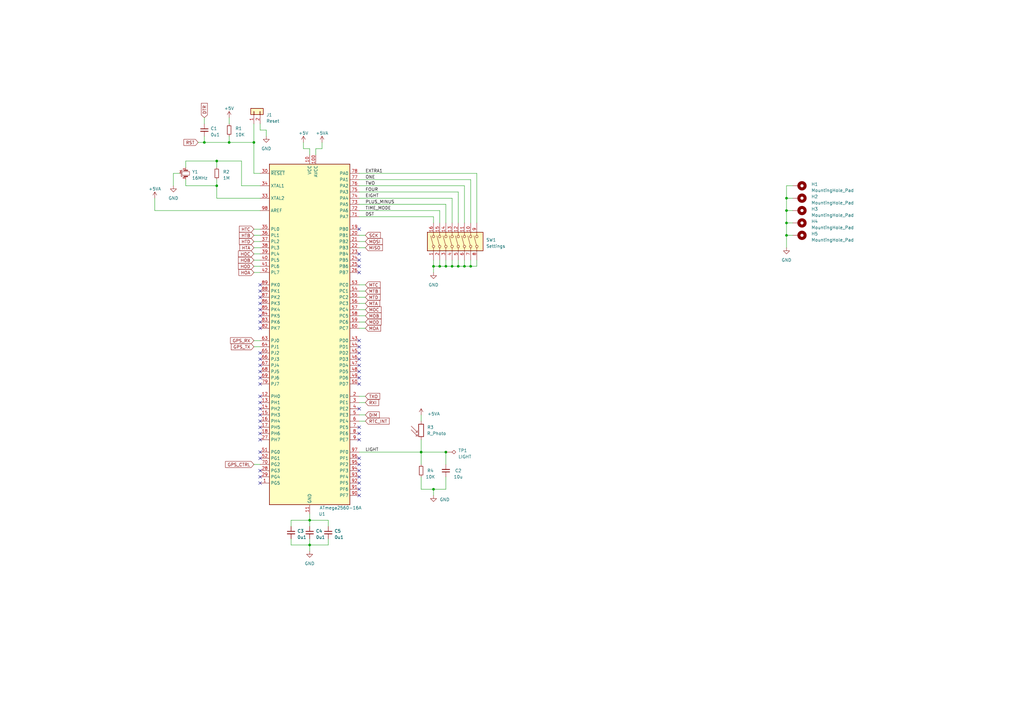
<source format=kicad_sch>
(kicad_sch (version 20210406) (generator eeschema)
  (paper "A3")
  (title_block (title "Microcontroller") (rev "1.1") (company "Nick Lekas"))
  (lib_symbols
    (symbol "Connector:TestPoint_Alt" (pin_numbers hide) (pin_names (offset 0.762) hide)
      (property "Reference" "TP" (at 0 6.858 0))
      (property "Value" "TestPoint_Alt" (at 0 5.08 0))
      (symbol "TestPoint_Alt_0_1"
        (polyline (pts (xy 0 2.54) (xy -0.762 3.302) (xy 0 4.064) (xy 0.762 3.302) (xy 0 2.54)))
      )
      (symbol "TestPoint_Alt_1_1"
        (pin passive line (at 0 0 90) (length 2.54) (name "1") (number "1"))
      )
    )
    (symbol "Connector_Generic:Conn_01x02" (pin_names (offset 1.016) hide)
      (property "Reference" "J" (at 0 2.54 0))
      (property "Value" "Conn_01x02" (at 0 -5.08 0))
      (symbol "Conn_01x02_1_1"
        (rectangle (start -1.27 -2.413) (end 0 -2.667) (stroke (width 0.1524)))
        (rectangle (start -1.27 0.127) (end 0 -0.127) (stroke (width 0.1524)))
        (rectangle (start -1.27 1.27) (end 1.27 -3.81) (stroke (width 0.254)) (fill (type background)))
        (pin passive line (at -5.08 0 0) (length 3.81) (name "Pin_1") (number "1"))
        (pin passive line (at -5.08 -2.54 0) (length 3.81) (name "Pin_2") (number "2"))
      )
    )
    (symbol "Device:C_Small" (pin_numbers hide) (pin_names (offset 0.254) hide)
      (property "Reference" "C" (at 0.254 1.778 0))
      (property "Value" "C_Small" (at 0.254 -2.032 0))
      (symbol "C_Small_0_1"
        (polyline (pts (xy -1.524 -0.508) (xy 1.524 -0.508)) (stroke (width 0.3302)))
        (polyline (pts (xy -1.524 0.508) (xy 1.524 0.508)) (stroke (width 0.3048)))
      )
      (symbol "C_Small_1_1"
        (pin passive line (at 0 2.54 270) (length 2.032) (name "~") (number "1"))
        (pin passive line (at 0 -2.54 90) (length 2.032) (name "~") (number "2"))
      )
    )
    (symbol "Device:Crystal_GND2_Small" (pin_names (offset 1.016) hide)
      (property "Reference" "Y" (at 0 5.08 0))
      (property "Value" "Crystal_GND2_Small" (at 0 3.175 0))
      (symbol "Crystal_GND2_Small_0_1"
        (rectangle (start -0.762 -1.524) (end 0.762 1.524))
        (polyline (pts (xy -1.27 -0.762) (xy -1.27 0.762)) (stroke (width 0.381)))
        (polyline (pts (xy 1.27 -0.762) (xy 1.27 0.762)) (stroke (width 0.381)))
        (polyline (pts (xy -1.27 -1.27) (xy -1.27 -1.905) (xy 1.27 -1.905) (xy 1.27 -1.27)))
      )
      (symbol "Crystal_GND2_Small_1_1"
        (pin passive line (at -2.54 0 0) (length 1.27) (name "1") (number "1"))
        (pin passive line (at 0 -2.54 90) (length 0.635) (name "2") (number "2"))
        (pin passive line (at 2.54 0 180) (length 1.27) (name "3") (number "3"))
      )
    )
    (symbol "Device:R_Photo" (pin_numbers hide) (pin_names (offset 0))
      (property "Reference" "R" (at 1.27 1.27 0))
      (property "Value" "R_Photo" (at 1.27 0 0))
      (symbol "R_Photo_0_1"
        (rectangle (start -1.016 2.54) (end 1.016 -2.54) (stroke (width 0.254)))
        (polyline (pts (xy -1.524 -2.286) (xy -4.064 0.254)))
        (polyline (pts (xy -1.524 -2.286) (xy -2.286 -2.286)))
        (polyline (pts (xy -1.524 -2.286) (xy -1.524 -1.524)))
        (polyline (pts (xy -1.524 -0.762) (xy -4.064 1.778)))
        (polyline (pts (xy -1.524 -0.762) (xy -2.286 -0.762)))
        (polyline (pts (xy -1.524 -0.762) (xy -1.524 0)))
      )
      (symbol "R_Photo_1_1"
        (pin passive line (at 0 3.81 270) (length 1.27) (name "~") (number "1"))
        (pin passive line (at 0 -3.81 90) (length 1.27) (name "~") (number "2"))
      )
    )
    (symbol "Device:R_Small" (pin_numbers hide) (pin_names (offset 0.254) hide)
      (property "Reference" "R" (at 0.762 0.508 0))
      (property "Value" "R_Small" (at 0.762 -1.016 0))
      (symbol "R_Small_0_1"
        (rectangle (start -0.762 1.778) (end 0.762 -1.778) (stroke (width 0.2032)))
      )
      (symbol "R_Small_1_1"
        (pin passive line (at 0 2.54 270) (length 0.762) (name "~") (number "1"))
        (pin passive line (at 0 -2.54 90) (length 0.762) (name "~") (number "2"))
      )
    )
    (symbol "MCU_Microchip_ATmega:ATmega2560-16A"
      (property "Reference" "U" (at 0 1.27 0))
      (property "Value" "ATmega2560-16A" (at 0 -1.27 0))
      (symbol "ATmega2560-16A_0_1"
        (rectangle (start -16.51 -69.85) (end 16.51 69.85) (stroke (width 0.254)) (fill (type background)))
      )
      (symbol "ATmega2560-16A_1_1"
        (pin bidirectional line (at -20.32 -60.96 0) (length 3.81) (name "PG5") (number "1"))
        (pin power_in line (at 0 73.66 270) (length 3.81) (name "VCC") (number "10"))
        (pin power_in line (at 2.54 73.66 270) (length 3.81) (name "AVCC") (number "100"))
        (pin power_in line (at 0 -73.66 90) (length 3.81) (name "GND") (number "11"))
        (pin bidirectional line (at -20.32 -25.4 0) (length 3.81) (name "PH0") (number "12"))
        (pin bidirectional line (at -20.32 -27.94 0) (length 3.81) (name "PH1") (number "13"))
        (pin bidirectional line (at -20.32 -30.48 0) (length 3.81) (name "PH2") (number "14"))
        (pin bidirectional line (at -20.32 -33.02 0) (length 3.81) (name "PH3") (number "15"))
        (pin bidirectional line (at -20.32 -35.56 0) (length 3.81) (name "PH4") (number "16"))
        (pin bidirectional line (at -20.32 -38.1 0) (length 3.81) (name "PH5") (number "17"))
        (pin bidirectional line (at -20.32 -40.64 0) (length 3.81) (name "PH6") (number "18"))
        (pin bidirectional line (at 20.32 43.18 180) (length 3.81) (name "PB0") (number "19"))
        (pin bidirectional line (at 20.32 -25.4 180) (length 3.81) (name "PE0") (number "2"))
        (pin bidirectional line (at 20.32 40.64 180) (length 3.81) (name "PB1") (number "20"))
        (pin bidirectional line (at 20.32 38.1 180) (length 3.81) (name "PB2") (number "21"))
        (pin bidirectional line (at 20.32 35.56 180) (length 3.81) (name "PB3") (number "22"))
        (pin bidirectional line (at 20.32 33.02 180) (length 3.81) (name "PB4") (number "23"))
        (pin bidirectional line (at 20.32 30.48 180) (length 3.81) (name "PB5") (number "24"))
        (pin bidirectional line (at 20.32 27.94 180) (length 3.81) (name "PB6") (number "25"))
        (pin bidirectional line (at 20.32 25.4 180) (length 3.81) (name "PB7") (number "26"))
        (pin bidirectional line (at -20.32 -43.18 0) (length 3.81) (name "PH7") (number "27"))
        (pin bidirectional line (at -20.32 -55.88 0) (length 3.81) (name "PG3") (number "28"))
        (pin bidirectional line (at -20.32 -58.42 0) (length 3.81) (name "PG4") (number "29"))
        (pin bidirectional line (at 20.32 -27.94 180) (length 3.81) (name "PE1") (number "3"))
        (pin input line (at -20.32 66.04 0) (length 3.81) (name "~RESET") (number "30"))
        (pin passive line (at 0 73.66 270) (length 3.81) hide (name "VCC") (number "31"))
        (pin passive line (at 0 -73.66 90) (length 3.81) hide (name "GND") (number "32"))
        (pin output line (at -20.32 55.88 0) (length 3.81) (name "XTAL2") (number "33"))
        (pin input line (at -20.32 60.96 0) (length 3.81) (name "XTAL1") (number "34"))
        (pin bidirectional line (at -20.32 43.18 0) (length 3.81) (name "PL0") (number "35"))
        (pin bidirectional line (at -20.32 40.64 0) (length 3.81) (name "PL1") (number "36"))
        (pin bidirectional line (at -20.32 38.1 0) (length 3.81) (name "PL2") (number "37"))
        (pin bidirectional line (at -20.32 35.56 0) (length 3.81) (name "PL3") (number "38"))
        (pin bidirectional line (at -20.32 33.02 0) (length 3.81) (name "PL4") (number "39"))
        (pin bidirectional line (at 20.32 -30.48 180) (length 3.81) (name "PE2") (number "4"))
        (pin bidirectional line (at -20.32 30.48 0) (length 3.81) (name "PL5") (number "40"))
        (pin bidirectional line (at -20.32 27.94 0) (length 3.81) (name "PL6") (number "41"))
        (pin bidirectional line (at -20.32 25.4 0) (length 3.81) (name "PL7") (number "42"))
        (pin bidirectional line (at 20.32 -2.54 180) (length 3.81) (name "PD0") (number "43"))
        (pin bidirectional line (at 20.32 -5.08 180) (length 3.81) (name "PD1") (number "44"))
        (pin bidirectional line (at 20.32 -7.62 180) (length 3.81) (name "PD2") (number "45"))
        (pin bidirectional line (at 20.32 -10.16 180) (length 3.81) (name "PD3") (number "46"))
        (pin bidirectional line (at 20.32 -12.7 180) (length 3.81) (name "PD4") (number "47"))
        (pin bidirectional line (at 20.32 -15.24 180) (length 3.81) (name "PD5") (number "48"))
        (pin bidirectional line (at 20.32 -17.78 180) (length 3.81) (name "PD6") (number "49"))
        (pin bidirectional line (at 20.32 -33.02 180) (length 3.81) (name "PE3") (number "5"))
        (pin bidirectional line (at 20.32 -20.32 180) (length 3.81) (name "PD7") (number "50"))
        (pin bidirectional line (at -20.32 -48.26 0) (length 3.81) (name "PG0") (number "51"))
        (pin bidirectional line (at -20.32 -50.8 0) (length 3.81) (name "PG1") (number "52"))
        (pin bidirectional line (at 20.32 20.32 180) (length 3.81) (name "PC0") (number "53"))
        (pin bidirectional line (at 20.32 17.78 180) (length 3.81) (name "PC1") (number "54"))
        (pin bidirectional line (at 20.32 15.24 180) (length 3.81) (name "PC2") (number "55"))
        (pin bidirectional line (at 20.32 12.7 180) (length 3.81) (name "PC3") (number "56"))
        (pin bidirectional line (at 20.32 10.16 180) (length 3.81) (name "PC4") (number "57"))
        (pin bidirectional line (at 20.32 7.62 180) (length 3.81) (name "PC5") (number "58"))
        (pin bidirectional line (at 20.32 5.08 180) (length 3.81) (name "PC6") (number "59"))
        (pin bidirectional line (at 20.32 -35.56 180) (length 3.81) (name "PE4") (number "6"))
        (pin bidirectional line (at 20.32 2.54 180) (length 3.81) (name "PC7") (number "60"))
        (pin passive line (at 0 73.66 270) (length 3.81) hide (name "VCC") (number "61"))
        (pin passive line (at 0 -73.66 90) (length 3.81) hide (name "GND") (number "62"))
        (pin bidirectional line (at -20.32 -2.54 0) (length 3.81) (name "PJ0") (number "63"))
        (pin bidirectional line (at -20.32 -5.08 0) (length 3.81) (name "PJ1") (number "64"))
        (pin bidirectional line (at -20.32 -7.62 0) (length 3.81) (name "PJ2") (number "65"))
        (pin bidirectional line (at -20.32 -10.16 0) (length 3.81) (name "PJ3") (number "66"))
        (pin bidirectional line (at -20.32 -12.7 0) (length 3.81) (name "PJ4") (number "67"))
        (pin bidirectional line (at -20.32 -15.24 0) (length 3.81) (name "PJ5") (number "68"))
        (pin bidirectional line (at -20.32 -17.78 0) (length 3.81) (name "PJ6") (number "69"))
        (pin bidirectional line (at 20.32 -38.1 180) (length 3.81) (name "PE5") (number "7"))
        (pin bidirectional line (at -20.32 -53.34 0) (length 3.81) (name "PG2") (number "70"))
        (pin bidirectional line (at 20.32 48.26 180) (length 3.81) (name "PA7") (number "71"))
        (pin bidirectional line (at 20.32 50.8 180) (length 3.81) (name "PA6") (number "72"))
        (pin bidirectional line (at 20.32 53.34 180) (length 3.81) (name "PA5") (number "73"))
        (pin bidirectional line (at 20.32 55.88 180) (length 3.81) (name "PA4") (number "74"))
        (pin bidirectional line (at 20.32 58.42 180) (length 3.81) (name "PA3") (number "75"))
        (pin bidirectional line (at 20.32 60.96 180) (length 3.81) (name "PA2") (number "76"))
        (pin bidirectional line (at 20.32 63.5 180) (length 3.81) (name "PA1") (number "77"))
        (pin bidirectional line (at 20.32 66.04 180) (length 3.81) (name "PA0") (number "78"))
        (pin bidirectional line (at -20.32 -20.32 0) (length 3.81) (name "PJ7") (number "79"))
        (pin bidirectional line (at 20.32 -40.64 180) (length 3.81) (name "PE6") (number "8"))
        (pin passive line (at 0 73.66 270) (length 3.81) hide (name "VCC") (number "80"))
        (pin passive line (at 0 -73.66 90) (length 3.81) hide (name "GND") (number "81"))
        (pin bidirectional line (at -20.32 2.54 0) (length 3.81) (name "PK7") (number "82"))
        (pin bidirectional line (at -20.32 5.08 0) (length 3.81) (name "PK6") (number "83"))
        (pin bidirectional line (at -20.32 7.62 0) (length 3.81) (name "PK5") (number "84"))
        (pin bidirectional line (at -20.32 10.16 0) (length 3.81) (name "PK4") (number "85"))
        (pin bidirectional line (at -20.32 12.7 0) (length 3.81) (name "PK3") (number "86"))
        (pin bidirectional line (at -20.32 15.24 0) (length 3.81) (name "PK2") (number "87"))
        (pin bidirectional line (at -20.32 17.78 0) (length 3.81) (name "PK1") (number "88"))
        (pin bidirectional line (at -20.32 20.32 0) (length 3.81) (name "PK0") (number "89"))
        (pin bidirectional line (at 20.32 -43.18 180) (length 3.81) (name "PE7") (number "9"))
        (pin bidirectional line (at 20.32 -66.04 180) (length 3.81) (name "PF7") (number "90"))
        (pin bidirectional line (at 20.32 -63.5 180) (length 3.81) (name "PF6") (number "91"))
        (pin bidirectional line (at 20.32 -60.96 180) (length 3.81) (name "PF5") (number "92"))
        (pin bidirectional line (at 20.32 -58.42 180) (length 3.81) (name "PF4") (number "93"))
        (pin bidirectional line (at 20.32 -55.88 180) (length 3.81) (name "PF3") (number "94"))
        (pin bidirectional line (at 20.32 -53.34 180) (length 3.81) (name "PF2") (number "95"))
        (pin bidirectional line (at 20.32 -50.8 180) (length 3.81) (name "PF1") (number "96"))
        (pin bidirectional line (at 20.32 -48.26 180) (length 3.81) (name "PF0") (number "97"))
        (pin passive line (at -20.32 50.8 0) (length 3.81) (name "AREF") (number "98"))
        (pin passive line (at 0 -73.66 90) (length 3.81) hide (name "GND") (number "99"))
      )
    )
    (symbol "Mechanical:MountingHole_Pad" (pin_numbers hide) (pin_names (offset 1.016) hide)
      (property "Reference" "H" (at 0 6.35 0))
      (property "Value" "MountingHole_Pad" (at 0 4.445 0))
      (symbol "MountingHole_Pad_0_1"
        (circle (center 0 1.27) (radius 1.27) (stroke (width 1.27)))
      )
      (symbol "MountingHole_Pad_1_1"
        (pin input line (at 0 -2.54 90) (length 2.54) (name "1") (number "1"))
      )
    )
    (symbol "Switch:SW_DIP_x08" (pin_names (offset 0) hide)
      (property "Reference" "SW" (at 0 13.97 0))
      (property "Value" "SW_DIP_x08" (at 0 -11.43 0))
      (symbol "SW_DIP_x08_0_0"
        (circle (center -2.032 -7.62) (radius 0.508))
        (circle (center -2.032 -5.08) (radius 0.508))
        (circle (center -2.032 -2.54) (radius 0.508))
        (circle (center -2.032 0) (radius 0.508))
        (circle (center -2.032 2.54) (radius 0.508))
        (circle (center -2.032 5.08) (radius 0.508))
        (circle (center -2.032 7.62) (radius 0.508))
        (circle (center -2.032 10.16) (radius 0.508))
        (circle (center 2.032 -7.62) (radius 0.508))
        (circle (center 2.032 -5.08) (radius 0.508))
        (circle (center 2.032 -2.54) (radius 0.508))
        (circle (center 2.032 0) (radius 0.508))
        (circle (center 2.032 2.54) (radius 0.508))
        (circle (center 2.032 5.08) (radius 0.508))
        (circle (center 2.032 7.62) (radius 0.508))
        (circle (center 2.032 10.16) (radius 0.508))
        (polyline (pts (xy -1.524 -7.4676) (xy 2.3622 -6.4262)))
        (polyline (pts (xy -1.524 -4.9276) (xy 2.3622 -3.8862)))
        (polyline (pts (xy -1.524 -2.3876) (xy 2.3622 -1.3462)))
        (polyline (pts (xy -1.524 0.127) (xy 2.3622 1.1684)))
        (polyline (pts (xy -1.524 2.667) (xy 2.3622 3.7084)))
        (polyline (pts (xy -1.524 5.207) (xy 2.3622 6.2484)))
        (polyline (pts (xy -1.524 7.747) (xy 2.3622 8.7884)))
        (polyline (pts (xy -1.524 10.287) (xy 2.3622 11.3284)))
      )
      (symbol "SW_DIP_x08_0_1"
        (rectangle (start -3.81 12.7) (end 3.81 -10.16) (stroke (width 0.254)) (fill (type background)))
      )
      (symbol "SW_DIP_x08_1_1"
        (pin passive line (at -7.62 10.16 0) (length 5.08) (name "~") (number "1"))
        (pin passive line (at 7.62 -5.08 180) (length 5.08) (name "~") (number "10"))
        (pin passive line (at 7.62 -2.54 180) (length 5.08) (name "~") (number "11"))
        (pin passive line (at 7.62 0 180) (length 5.08) (name "~") (number "12"))
        (pin passive line (at 7.62 2.54 180) (length 5.08) (name "~") (number "13"))
        (pin passive line (at 7.62 5.08 180) (length 5.08) (name "~") (number "14"))
        (pin passive line (at 7.62 7.62 180) (length 5.08) (name "~") (number "15"))
        (pin passive line (at 7.62 10.16 180) (length 5.08) (name "~") (number "16"))
        (pin passive line (at -7.62 7.62 0) (length 5.08) (name "~") (number "2"))
        (pin passive line (at -7.62 5.08 0) (length 5.08) (name "~") (number "3"))
        (pin passive line (at -7.62 2.54 0) (length 5.08) (name "~") (number "4"))
        (pin passive line (at -7.62 0 0) (length 5.08) (name "~") (number "5"))
        (pin passive line (at -7.62 -2.54 0) (length 5.08) (name "~") (number "6"))
        (pin passive line (at -7.62 -5.08 0) (length 5.08) (name "~") (number "7"))
        (pin passive line (at -7.62 -7.62 0) (length 5.08) (name "~") (number "8"))
        (pin passive line (at 7.62 -7.62 180) (length 5.08) (name "~") (number "9"))
      )
    )
    (symbol "power:+5V" (power) (pin_names (offset 0))
      (property "Value" "+5V" (at 0 3.556 0))
      (symbol "+5V_0_1"
        (polyline (pts (xy -0.762 1.27) (xy 0 2.54)))
        (polyline (pts (xy 0 0) (xy 0 2.54)))
        (polyline (pts (xy 0 2.54) (xy 0.762 1.27)))
      )
      (symbol "+5V_1_1"
        (pin power_in line (at 0 0 90) (length 0) hide (name "+5V") (number "1"))
      )
    )
    (symbol "power:+5VA" (power) (pin_names (offset 0))
      (property "Value" "+5VA" (at 0 3.556 0))
      (symbol "+5VA_0_1"
        (polyline (pts (xy -0.762 1.27) (xy 0 2.54)))
        (polyline (pts (xy 0 0) (xy 0 2.54)))
        (polyline (pts (xy 0 2.54) (xy 0.762 1.27)))
      )
      (symbol "+5VA_1_1"
        (pin power_in line (at 0 0 90) (length 0) hide (name "+5VA") (number "1"))
      )
    )
    (symbol "power:GND" (power) (pin_names (offset 0))
      (property "Value" "GND" (at 0 -3.81 0))
      (symbol "GND_0_1"
        (polyline (pts (xy 0 0) (xy 0 -1.27) (xy 1.27 -1.27) (xy 0 -2.54) (xy -1.27 -1.27) (xy 0 -1.27)))
      )
      (symbol "GND_1_1"
        (pin power_in line (at 0 0 270) (length 0) hide (name "GND") (number "1"))
      )
    )
  )
  (junction (at 83.82 58.42) (diameter 0.9144))
  (junction (at 88.9 66.04) (diameter 0.9144))
  (junction (at 88.9 76.2) (diameter 0.9144))
  (junction (at 93.98 58.42) (diameter 0.9144))
  (junction (at 104.14 58.42) (diameter 0.9144))
  (junction (at 127 213.36) (diameter 0.9144))
  (junction (at 127 223.52) (diameter 0.9144))
  (junction (at 172.72 185.42) (diameter 0.9144))
  (junction (at 177.8 109.22) (diameter 0.9144))
  (junction (at 177.8 200.66) (diameter 0.9144))
  (junction (at 180.34 109.22) (diameter 0.9144))
  (junction (at 182.88 109.22) (diameter 0.9144))
  (junction (at 182.88 185.42) (diameter 0.9144))
  (junction (at 185.42 109.22) (diameter 0.9144))
  (junction (at 187.96 109.22) (diameter 0.9144))
  (junction (at 190.5 109.22) (diameter 0.9144))
  (junction (at 193.04 109.22) (diameter 0.9144))
  (junction (at 322.58 81.28) (diameter 0.9144))
  (junction (at 322.58 86.36) (diameter 0.9144))
  (junction (at 322.58 91.44) (diameter 0.9144))
  (junction (at 322.58 96.52) (diameter 0.9144))
  (no_connect (at 106.68 116.84))
  (no_connect (at 106.68 119.38))
  (no_connect (at 106.68 121.92))
  (no_connect (at 106.68 124.46))
  (no_connect (at 106.68 127))
  (no_connect (at 106.68 129.54))
  (no_connect (at 106.68 132.08))
  (no_connect (at 106.68 134.62))
  (no_connect (at 106.68 144.78))
  (no_connect (at 106.68 147.32))
  (no_connect (at 106.68 149.86))
  (no_connect (at 106.68 152.4))
  (no_connect (at 106.68 154.94))
  (no_connect (at 106.68 157.48))
  (no_connect (at 106.68 162.56))
  (no_connect (at 106.68 165.1))
  (no_connect (at 106.68 167.64))
  (no_connect (at 106.68 170.18))
  (no_connect (at 106.68 172.72))
  (no_connect (at 106.68 175.26))
  (no_connect (at 106.68 177.8))
  (no_connect (at 106.68 180.34))
  (no_connect (at 106.68 185.42))
  (no_connect (at 106.68 187.96))
  (no_connect (at 106.68 193.04))
  (no_connect (at 106.68 195.58))
  (no_connect (at 106.68 198.12))
  (no_connect (at 147.32 93.98))
  (no_connect (at 147.32 104.14))
  (no_connect (at 147.32 106.68))
  (no_connect (at 147.32 109.22))
  (no_connect (at 147.32 111.76))
  (no_connect (at 147.32 139.7))
  (no_connect (at 147.32 142.24))
  (no_connect (at 147.32 144.78))
  (no_connect (at 147.32 147.32))
  (no_connect (at 147.32 149.86))
  (no_connect (at 147.32 152.4))
  (no_connect (at 147.32 154.94))
  (no_connect (at 147.32 157.48))
  (no_connect (at 147.32 167.64))
  (no_connect (at 147.32 175.26))
  (no_connect (at 147.32 177.8))
  (no_connect (at 147.32 180.34))
  (no_connect (at 147.32 187.96))
  (no_connect (at 147.32 190.5))
  (no_connect (at 147.32 193.04))
  (no_connect (at 147.32 195.58))
  (no_connect (at 147.32 198.12))
  (no_connect (at 147.32 200.66))
  (no_connect (at 147.32 203.2))
  (wire (pts (xy 63.5 81.28) (xy 63.5 86.36)))
  (wire (pts (xy 63.5 86.36) (xy 106.68 86.36)))
  (wire (pts (xy 71.12 71.12) (xy 73.66 71.12)))
  (wire (pts (xy 71.12 76.2) (xy 71.12 71.12)))
  (wire (pts (xy 76.2 66.04) (xy 76.2 68.58)))
  (wire (pts (xy 76.2 66.04) (xy 88.9 66.04)))
  (wire (pts (xy 76.2 73.66) (xy 76.2 76.2)))
  (wire (pts (xy 76.2 76.2) (xy 88.9 76.2)))
  (wire (pts (xy 81.28 58.42) (xy 83.82 58.42)))
  (wire (pts (xy 83.82 48.26) (xy 83.82 50.8)))
  (wire (pts (xy 83.82 55.88) (xy 83.82 58.42)))
  (wire (pts (xy 83.82 58.42) (xy 93.98 58.42)))
  (wire (pts (xy 88.9 66.04) (xy 88.9 68.58)))
  (wire (pts (xy 88.9 66.04) (xy 99.06 66.04)))
  (wire (pts (xy 88.9 73.66) (xy 88.9 76.2)))
  (wire (pts (xy 88.9 76.2) (xy 88.9 81.28)))
  (wire (pts (xy 93.98 48.26) (xy 93.98 50.8)))
  (wire (pts (xy 93.98 55.88) (xy 93.98 58.42)))
  (wire (pts (xy 93.98 58.42) (xy 104.14 58.42)))
  (wire (pts (xy 99.06 66.04) (xy 99.06 76.2)))
  (wire (pts (xy 104.14 50.8) (xy 104.14 58.42)))
  (wire (pts (xy 104.14 58.42) (xy 104.14 71.12)))
  (wire (pts (xy 104.14 71.12) (xy 106.68 71.12)))
  (wire (pts (xy 104.14 93.98) (xy 106.68 93.98)))
  (wire (pts (xy 104.14 96.52) (xy 106.68 96.52)))
  (wire (pts (xy 104.14 99.06) (xy 106.68 99.06)))
  (wire (pts (xy 104.14 101.6) (xy 106.68 101.6)))
  (wire (pts (xy 104.14 104.14) (xy 106.68 104.14)))
  (wire (pts (xy 104.14 106.68) (xy 106.68 106.68)))
  (wire (pts (xy 104.14 109.22) (xy 106.68 109.22)))
  (wire (pts (xy 104.14 111.76) (xy 106.68 111.76)))
  (wire (pts (xy 104.14 139.7) (xy 106.68 139.7)))
  (wire (pts (xy 104.14 142.24) (xy 106.68 142.24)))
  (wire (pts (xy 104.14 190.5) (xy 106.68 190.5)))
  (wire (pts (xy 106.68 50.8) (xy 106.68 53.34)))
  (wire (pts (xy 106.68 53.34) (xy 109.22 53.34)))
  (wire (pts (xy 106.68 76.2) (xy 99.06 76.2)))
  (wire (pts (xy 106.68 81.28) (xy 88.9 81.28)))
  (wire (pts (xy 109.22 53.34) (xy 109.22 55.88)))
  (wire (pts (xy 119.38 213.36) (xy 119.38 215.9)))
  (wire (pts (xy 119.38 220.98) (xy 119.38 223.52)))
  (wire (pts (xy 119.38 223.52) (xy 127 223.52)))
  (wire (pts (xy 124.46 58.42) (xy 124.46 60.96)))
  (wire (pts (xy 124.46 60.96) (xy 127 60.96)))
  (wire (pts (xy 127 60.96) (xy 127 63.5)))
  (wire (pts (xy 127 210.82) (xy 127 213.36)))
  (wire (pts (xy 127 213.36) (xy 119.38 213.36)))
  (wire (pts (xy 127 213.36) (xy 134.62 213.36)))
  (wire (pts (xy 127 215.9) (xy 127 213.36)))
  (wire (pts (xy 127 220.98) (xy 127 223.52)))
  (wire (pts (xy 127 223.52) (xy 127 226.06)))
  (wire (pts (xy 127 223.52) (xy 134.62 223.52)))
  (wire (pts (xy 129.54 60.96) (xy 132.08 60.96)))
  (wire (pts (xy 129.54 63.5) (xy 129.54 60.96)))
  (wire (pts (xy 132.08 58.42) (xy 132.08 60.96)))
  (wire (pts (xy 134.62 215.9) (xy 134.62 213.36)))
  (wire (pts (xy 134.62 220.98) (xy 134.62 223.52)))
  (wire (pts (xy 147.32 71.12) (xy 195.58 71.12)))
  (wire (pts (xy 147.32 73.66) (xy 193.04 73.66)))
  (wire (pts (xy 147.32 76.2) (xy 190.5 76.2)))
  (wire (pts (xy 147.32 78.74) (xy 187.96 78.74)))
  (wire (pts (xy 147.32 83.82) (xy 182.88 83.82)))
  (wire (pts (xy 147.32 86.36) (xy 180.34 86.36)))
  (wire (pts (xy 147.32 88.9) (xy 177.8 88.9)))
  (wire (pts (xy 147.32 96.52) (xy 149.86 96.52)))
  (wire (pts (xy 147.32 99.06) (xy 149.86 99.06)))
  (wire (pts (xy 147.32 101.6) (xy 149.86 101.6)))
  (wire (pts (xy 147.32 116.84) (xy 149.86 116.84)))
  (wire (pts (xy 147.32 119.38) (xy 149.86 119.38)))
  (wire (pts (xy 147.32 121.92) (xy 149.86 121.92)))
  (wire (pts (xy 147.32 124.46) (xy 149.86 124.46)))
  (wire (pts (xy 147.32 127) (xy 149.86 127)))
  (wire (pts (xy 147.32 129.54) (xy 149.86 129.54)))
  (wire (pts (xy 147.32 132.08) (xy 149.86 132.08)))
  (wire (pts (xy 147.32 134.62) (xy 149.86 134.62)))
  (wire (pts (xy 147.32 162.56) (xy 149.86 162.56)))
  (wire (pts (xy 147.32 165.1) (xy 149.86 165.1)))
  (wire (pts (xy 147.32 170.18) (xy 149.86 170.18)))
  (wire (pts (xy 147.32 172.72) (xy 149.86 172.72)))
  (wire (pts (xy 147.32 185.42) (xy 172.72 185.42)))
  (wire (pts (xy 172.72 172.72) (xy 172.72 170.18)))
  (wire (pts (xy 172.72 185.42) (xy 172.72 180.34)))
  (wire (pts (xy 172.72 185.42) (xy 182.88 185.42)))
  (wire (pts (xy 172.72 190.5) (xy 172.72 185.42)))
  (wire (pts (xy 172.72 200.66) (xy 172.72 195.58)))
  (wire (pts (xy 172.72 200.66) (xy 177.8 200.66)))
  (wire (pts (xy 177.8 88.9) (xy 177.8 91.44)))
  (wire (pts (xy 177.8 106.68) (xy 177.8 109.22)))
  (wire (pts (xy 177.8 109.22) (xy 177.8 111.76)))
  (wire (pts (xy 177.8 109.22) (xy 180.34 109.22)))
  (wire (pts (xy 177.8 200.66) (xy 177.8 203.2)))
  (wire (pts (xy 177.8 200.66) (xy 182.88 200.66)))
  (wire (pts (xy 180.34 86.36) (xy 180.34 91.44)))
  (wire (pts (xy 180.34 106.68) (xy 180.34 109.22)))
  (wire (pts (xy 180.34 109.22) (xy 182.88 109.22)))
  (wire (pts (xy 182.88 83.82) (xy 182.88 91.44)))
  (wire (pts (xy 182.88 106.68) (xy 182.88 109.22)))
  (wire (pts (xy 182.88 109.22) (xy 185.42 109.22)))
  (wire (pts (xy 182.88 190.5) (xy 182.88 185.42)))
  (wire (pts (xy 182.88 195.58) (xy 182.88 200.66)))
  (wire (pts (xy 185.42 81.28) (xy 147.32 81.28)))
  (wire (pts (xy 185.42 81.28) (xy 185.42 91.44)))
  (wire (pts (xy 185.42 106.68) (xy 185.42 109.22)))
  (wire (pts (xy 185.42 109.22) (xy 187.96 109.22)))
  (wire (pts (xy 187.96 78.74) (xy 187.96 91.44)))
  (wire (pts (xy 187.96 106.68) (xy 187.96 109.22)))
  (wire (pts (xy 187.96 109.22) (xy 190.5 109.22)))
  (wire (pts (xy 190.5 76.2) (xy 190.5 91.44)))
  (wire (pts (xy 190.5 106.68) (xy 190.5 109.22)))
  (wire (pts (xy 190.5 109.22) (xy 193.04 109.22)))
  (wire (pts (xy 193.04 73.66) (xy 193.04 91.44)))
  (wire (pts (xy 193.04 106.68) (xy 193.04 109.22)))
  (wire (pts (xy 193.04 109.22) (xy 195.58 109.22)))
  (wire (pts (xy 195.58 71.12) (xy 195.58 91.44)))
  (wire (pts (xy 195.58 106.68) (xy 195.58 109.22)))
  (wire (pts (xy 322.58 76.2) (xy 322.58 81.28)))
  (wire (pts (xy 322.58 81.28) (xy 322.58 86.36)))
  (wire (pts (xy 322.58 81.28) (xy 325.12 81.28)))
  (wire (pts (xy 322.58 86.36) (xy 322.58 91.44)))
  (wire (pts (xy 322.58 86.36) (xy 325.12 86.36)))
  (wire (pts (xy 322.58 91.44) (xy 322.58 96.52)))
  (wire (pts (xy 322.58 91.44) (xy 325.12 91.44)))
  (wire (pts (xy 322.58 96.52) (xy 322.58 101.6)))
  (wire (pts (xy 322.58 96.52) (xy 325.12 96.52)))
  (wire (pts (xy 325.12 76.2) (xy 322.58 76.2)))
  (label "EXTRA1" (at 149.86 71.12 0))
  (label "ONE" (at 149.86 73.66 0))
  (label "TWO" (at 149.86 76.2 0))
  (label "FOUR" (at 149.86 78.74 0))
  (label "EIGHT" (at 149.86 81.28 0))
  (label "PLUS_MINUS" (at 149.86 83.82 0))
  (label "TIME_MODE" (at 149.86 86.36 0))
  (label "DST" (at 149.86 88.9 0))
  (label "LIGHT" (at 149.86 185.42 0))
  (global_label "RST" (shape input) (at 81.28 58.42 180) (property "Intersheet References" "${INTERSHEET_REFS}" (effects hide)))
  (global_label "DTR" (shape input) (at 83.82 48.26 90) (property "Intersheet References" "${INTERSHEET_REFS}" (effects hide)))
  (global_label "HTC" (shape input) (at 104.14 93.98 180) (property "Intersheet References" "${INTERSHEET_REFS}" (effects hide)))
  (global_label "HTB" (shape input) (at 104.14 96.52 180) (property "Intersheet References" "${INTERSHEET_REFS}" (effects hide)))
  (global_label "HTD" (shape input) (at 104.14 99.06 180) (property "Intersheet References" "${INTERSHEET_REFS}" (effects hide)))
  (global_label "HTA" (shape input) (at 104.14 101.6 180) (property "Intersheet References" "${INTERSHEET_REFS}" (effects hide)))
  (global_label "HOC" (shape input) (at 104.14 104.14 180) (property "Intersheet References" "${INTERSHEET_REFS}" (effects hide)))
  (global_label "HOB" (shape input) (at 104.14 106.68 180) (property "Intersheet References" "${INTERSHEET_REFS}" (effects hide)))
  (global_label "HOD" (shape input) (at 104.14 109.22 180) (property "Intersheet References" "${INTERSHEET_REFS}" (effects hide)))
  (global_label "HOA" (shape input) (at 104.14 111.76 180) (property "Intersheet References" "${INTERSHEET_REFS}" (effects hide)))
  (global_label "GPS_RX" (shape input) (at 104.14 139.7 180) (property "Intersheet References" "${INTERSHEET_REFS}" (effects hide)))
  (global_label "GPS_TX" (shape input) (at 104.14 142.24 180) (property "Intersheet References" "${INTERSHEET_REFS}" (effects hide)))
  (global_label "GPS_CTRL" (shape input) (at 104.14 190.5 180) (property "Intersheet References" "${INTERSHEET_REFS}" (effects hide)))
  (global_label "SCK" (shape input) (at 149.86 96.52 0) (property "Intersheet References" "${INTERSHEET_REFS}" (effects hide)))
  (global_label "MOSI" (shape input) (at 149.86 99.06 0) (property "Intersheet References" "${INTERSHEET_REFS}" (effects hide)))
  (global_label "MISO" (shape input) (at 149.86 101.6 0) (property "Intersheet References" "${INTERSHEET_REFS}" (effects hide)))
  (global_label "MTC" (shape input) (at 149.86 116.84 0) (property "Intersheet References" "${INTERSHEET_REFS}" (effects hide)))
  (global_label "MTB" (shape input) (at 149.86 119.38 0) (property "Intersheet References" "${INTERSHEET_REFS}" (effects hide)))
  (global_label "MTD" (shape input) (at 149.86 121.92 0) (property "Intersheet References" "${INTERSHEET_REFS}" (effects hide)))
  (global_label "MTA" (shape input) (at 149.86 124.46 0) (property "Intersheet References" "${INTERSHEET_REFS}" (effects hide)))
  (global_label "MOC" (shape input) (at 149.86 127 0) (property "Intersheet References" "${INTERSHEET_REFS}" (effects hide)))
  (global_label "MOB" (shape input) (at 149.86 129.54 0) (property "Intersheet References" "${INTERSHEET_REFS}" (effects hide)))
  (global_label "MOD" (shape input) (at 149.86 132.08 0) (property "Intersheet References" "${INTERSHEET_REFS}" (effects hide)))
  (global_label "MOA" (shape input) (at 149.86 134.62 0) (property "Intersheet References" "${INTERSHEET_REFS}" (effects hide)))
  (global_label "TXO" (shape input) (at 149.86 162.56 0) (property "Intersheet References" "${INTERSHEET_REFS}" (effects hide)))
  (global_label "RXI" (shape input) (at 149.86 165.1 0) (property "Intersheet References" "${INTERSHEET_REFS}" (effects hide)))
  (global_label "DIM" (shape input) (at 149.86 170.18 0) (property "Intersheet References" "${INTERSHEET_REFS}" (effects hide)))
  (global_label "RTC_INT" (shape input) (at 149.86 172.72 0) (property "Intersheet References" "${INTERSHEET_REFS}" (effects hide)))
  (symbol (lib_id "power:+5VA") (at 63.5 81.28 0) (unit 1)
    (property "Reference" "#PWR05" (effects hide))
    (property "Value" "+5VA" (at 63.5 77.47 0))
  )
  (symbol (lib_id "power:+5V") (at 93.98 48.26 0) (unit 1)
    (property "Reference" "#PWR01" (effects hide))
    (property "Value" "+5V" (at 93.98 44.45 0))
  )
  (symbol (lib_id "power:+5V") (at 124.46 58.42 0) (unit 1)
    (property "Reference" "#PWR02" (effects hide))
    (property "Value" "+5V" (at 124.46 54.61 0))
  )
  (symbol (lib_id "power:+5VA") (at 132.08 58.42 0) (unit 1)
    (property "Reference" "#PWR03" (effects hide))
    (property "Value" "+5VA" (at 132.08 54.61 0))
  )
  (symbol (lib_id "power:+5VA") (at 172.72 170.18 0) (unit 1)
    (property "Reference" "#PWR07" (effects hide))
    (property "Value" "+5VA" (at 175.26 169.7354 0) (effects (justify left)))
  )
  (symbol (lib_id "Connector:TestPoint_Alt") (at 182.88 185.42 270) (unit 1)
    (property "Reference" "TP1" (at 187.96 184.7849 90) (effects (justify left)))
    (property "Value" "LIGHT" (at 187.96 187.3249 90) (effects (justify left)))
    (property "Footprint" "TestPoint:TestPoint_THTPad_D2.0mm_Drill1.0mm" (effects hide))
  )
  (symbol (lib_id "power:GND") (at 71.12 76.2 0) (unit 1)
    (property "Reference" "#PWR04" (effects hide))
    (property "Value" "GND" (at 71.12 81.28 0))
  )
  (symbol (lib_id "power:GND") (at 109.22 55.88 0) (unit 1)
    (property "Reference" "#PWR059" (effects hide))
    (property "Value" "GND" (at 109.22 60.96 0))
  )
  (symbol (lib_id "power:GND") (at 127 226.06 0) (unit 1)
    (property "Reference" "#PWR09" (effects hide))
    (property "Value" "GND" (at 127 231.14 0))
  )
  (symbol (lib_id "power:GND") (at 177.8 111.76 0) (unit 1)
    (property "Reference" "#PWR06" (effects hide))
    (property "Value" "GND" (at 177.8 116.84 0))
  )
  (symbol (lib_id "power:GND") (at 177.8 203.2 0) (unit 1)
    (property "Reference" "#PWR08" (effects hide))
    (property "Value" "GND" (at 180.34 204.9144 0) (effects (justify left)))
  )
  (symbol (lib_id "power:GND") (at 322.58 101.6 0) (unit 1)
    (property "Reference" "#PWR0101" (effects hide))
    (property "Value" "GND" (at 322.58 106.68 0))
  )
  (symbol (lib_id "Device:R_Small") (at 88.9 71.12 0) (unit 1)
    (property "Reference" "R2" (at 91.44 70.4849 0) (effects (justify left)))
    (property "Value" "1M" (at 91.44 73.0249 0) (effects (justify left)))
    (property "Footprint" "Resistor_SMD:R_0603_1608Metric" (effects hide))
  )
  (symbol (lib_id "Device:R_Small") (at 93.98 53.34 0) (unit 1)
    (property "Reference" "R1" (at 96.52 52.7049 0) (effects (justify left)))
    (property "Value" "10K" (at 96.52 55.2449 0) (effects (justify left)))
    (property "Footprint" "Resistor_SMD:R_0603_1608Metric" (effects hide))
  )
  (symbol (lib_id "Device:R_Small") (at 172.72 193.04 180) (unit 1)
    (property "Reference" "R4" (at 176.53 193.04 0))
    (property "Value" "10K" (at 176.53 195.58 0))
    (property "Footprint" "Resistor_SMD:R_0603_1608Metric" (effects hide))
  )
  (symbol (lib_id "Device:C_Small") (at 83.82 53.34 0) (unit 1)
    (property "Reference" "C1" (at 86.36 52.7049 0) (effects (justify left)))
    (property "Value" "0u1" (at 86.36 55.2449 0) (effects (justify left)))
    (property "Footprint" "Capacitor_SMD:C_0603_1608Metric" (effects hide))
  )
  (symbol (lib_id "Device:C_Small") (at 119.38 218.44 0) (unit 1)
    (property "Reference" "C3" (at 121.92 217.8049 0) (effects (justify left)))
    (property "Value" "0u1" (at 121.92 220.3449 0) (effects (justify left)))
    (property "Footprint" "Capacitor_SMD:C_0603_1608Metric" (effects hide))
  )
  (symbol (lib_id "Device:C_Small") (at 127 218.44 0) (unit 1)
    (property "Reference" "C4" (at 129.54 217.8049 0) (effects (justify left)))
    (property "Value" "0u1" (at 129.54 220.3449 0) (effects (justify left)))
    (property "Footprint" "Capacitor_SMD:C_0603_1608Metric" (effects hide))
  )
  (symbol (lib_id "Device:C_Small") (at 134.62 218.44 0) (unit 1)
    (property "Reference" "C5" (at 137.16 217.8049 0) (effects (justify left)))
    (property "Value" "0u1" (at 137.16 220.3449 0) (effects (justify left)))
    (property "Footprint" "Capacitor_SMD:C_0603_1608Metric" (effects hide))
  )
  (symbol (lib_id "Device:C_Small") (at 182.88 193.04 180) (unit 1)
    (property "Reference" "C2" (at 187.96 193.04 0))
    (property "Value" "10u" (at 187.96 195.58 0))
    (property "Footprint" "Capacitor_SMD:C_0603_1608Metric" (effects hide))
  )
  (symbol (lib_id "Mechanical:MountingHole_Pad") (at 327.66 76.2 270) (unit 1)
    (property "Reference" "H1" (at 332.74 75.5649 90) (effects (justify left)))
    (property "Value" "MountingHole_Pad" (at 332.74 78.1049 90) (effects (justify left)))
    (property "Footprint" "MountingHole:MountingHole_3.2mm_M3_Pad_Via" (effects hide))
  )
  (symbol (lib_id "Mechanical:MountingHole_Pad") (at 327.66 81.28 270) (unit 1)
    (property "Reference" "H2" (at 332.74 80.6449 90) (effects (justify left)))
    (property "Value" "MountingHole_Pad" (at 332.74 83.1849 90) (effects (justify left)))
    (property "Footprint" "MountingHole:MountingHole_3.2mm_M3_Pad_Via" (effects hide))
  )
  (symbol (lib_id "Mechanical:MountingHole_Pad") (at 327.66 86.36 270) (unit 1)
    (property "Reference" "H3" (at 332.74 85.7249 90) (effects (justify left)))
    (property "Value" "MountingHole_Pad" (at 332.74 88.2649 90) (effects (justify left)))
    (property "Footprint" "MountingHole:MountingHole_3.2mm_M3_Pad_Via" (effects hide))
  )
  (symbol (lib_id "Mechanical:MountingHole_Pad") (at 327.66 91.44 270) (unit 1)
    (property "Reference" "H4" (at 332.74 90.8049 90) (effects (justify left)))
    (property "Value" "MountingHole_Pad" (at 332.74 93.3449 90) (effects (justify left)))
    (property "Footprint" "MountingHole:MountingHole_3.2mm_M3_Pad_Via" (effects hide))
  )
  (symbol (lib_id "Mechanical:MountingHole_Pad") (at 327.66 96.52 270) (unit 1)
    (property "Reference" "H5" (at 332.74 95.8849 90) (effects (justify left)))
    (property "Value" "MountingHole_Pad" (at 332.74 98.4249 90) (effects (justify left)))
    (property "Footprint" "MountingHole:MountingHole_3.2mm_M3_Pad_Via" (effects hide))
  )
  (symbol (lib_id "Device:Crystal_GND2_Small") (at 76.2 71.12 270) (unit 1)
    (property "Reference" "Y1" (at 78.74 70.4849 90) (effects (justify left)))
    (property "Value" "16MHz" (at 78.74 73.0249 90) (effects (justify left)))
    (property "Footprint" "Crystal:Resonator_SMD_Murata_CSTxExxV-3Pin_3.0x1.1mm" (effects hide))
  )
  (symbol (lib_id "Connector_Generic:Conn_01x02") (at 104.14 45.72 90) (unit 1)
    (property "Reference" "J1" (at 109.22 47.1169 90) (effects (justify right)))
    (property "Value" "Reset" (at 109.22 49.6569 90) (effects (justify right)))
    (property "Footprint" "Connector_PinSocket_2.54mm:PinSocket_1x02_P2.54mm_Vertical" (effects hide))
  )
  (symbol (lib_id "Device:R_Photo") (at 172.72 176.53 0) (unit 1)
    (property "Reference" "R3" (at 176.53 175.26 0))
    (property "Value" "R_Photo" (at 179.07 177.8 0))
    (property "Footprint" "OptoDevice:R_LDR_5.1x4.3mm_P3.4mm_Vertical" (effects hide))
  )
  (symbol (lib_id "Switch:SW_DIP_x08") (at 187.96 99.06 90) (unit 1)
    (property "Reference" "SW1" (at 199.39 98.4249 90) (effects (justify right)))
    (property "Value" "Settings" (at 199.39 100.9649 90) (effects (justify right)))
    (property "Footprint" "Button_Switch_THT:SW_DIP_SPSTx08_Slide_9.78x22.5mm_W7.62mm_P2.54mm" (effects hide))
  )
  (symbol (lib_id "MCU_Microchip_ATmega:ATmega2560-16A") (at 127 137.16 0) (unit 1)
    (property "Reference" "U1" (at 132.08 210.82 0))
    (property "Value" "ATmega2560-16A" (at 139.7 208.28 0))
    (property "Footprint" "Package_QFP:TQFP-100_14x14mm_P0.5mm" (effects hide))
    (property "Datasheet" "http://ww1.microchip.com/downloads/en/DeviceDoc/Atmel-2549-8-bit-AVR-Microcontroller-ATmega640-1280-1281-2560-2561_datasheet.pdf" (effects hide))
  )
)
</source>
